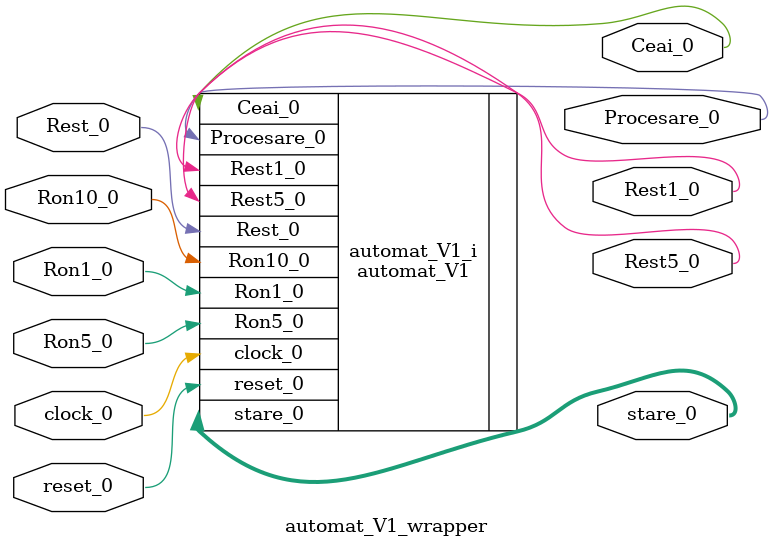
<source format=v>
`timescale 1 ps / 1 ps

module automat_V1_wrapper
   (Ceai_0,
    Procesare_0,
    Rest1_0,
    Rest5_0,
    Rest_0,
    Ron10_0,
    Ron1_0,
    Ron5_0,
    clock_0,
    reset_0,
    stare_0);
  output Ceai_0;
  output Procesare_0;
  output Rest1_0;
  output Rest5_0;
  input Rest_0;
  input Ron10_0;
  input Ron1_0;
  input Ron5_0;
  input clock_0;
  input reset_0;
  output [2:0]stare_0;

  wire Ceai_0;
  wire Procesare_0;
  wire Rest1_0;
  wire Rest5_0;
  wire Rest_0;
  wire Ron10_0;
  wire Ron1_0;
  wire Ron5_0;
  wire clock_0;
  wire reset_0;
  wire [2:0]stare_0;

  automat_V1 automat_V1_i
       (.Ceai_0(Ceai_0),
        .Procesare_0(Procesare_0),
        .Rest1_0(Rest1_0),
        .Rest5_0(Rest5_0),
        .Rest_0(Rest_0),
        .Ron10_0(Ron10_0),
        .Ron1_0(Ron1_0),
        .Ron5_0(Ron5_0),
        .clock_0(clock_0),
        .reset_0(reset_0),
        .stare_0(stare_0));
endmodule

</source>
